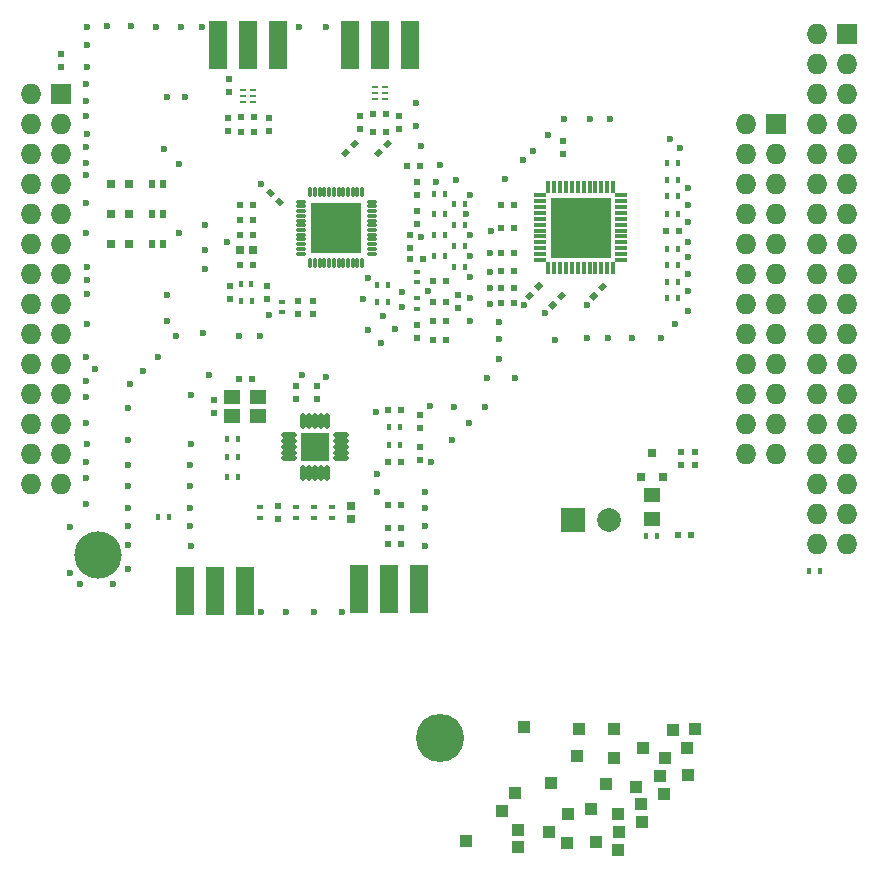
<source format=gts>
G04 #@! TF.FileFunction,Soldermask,Top*
%FSLAX46Y46*%
G04 Gerber Fmt 4.6, Leading zero omitted, Abs format (unit mm)*
G04 Created by KiCad (PCBNEW 4.0.0-rc1-stable) date 05/07/2016 17:06:47*
%MOMM*%
G01*
G04 APERTURE LIST*
%ADD10C,0.100000*%
%ADD11C,0.600000*%
%ADD12R,0.500000X0.600000*%
%ADD13R,0.600000X0.500000*%
%ADD14R,1.524000X4.064000*%
%ADD15C,0.762000*%
%ADD16R,1.727200X1.727200*%
%ADD17O,1.727200X1.727200*%
%ADD18R,0.800100X0.800100*%
%ADD19R,0.551180X0.248920*%
%ADD20O,0.346600X0.971600*%
%ADD21O,0.971600X0.346600*%
%ADD22R,4.321800X4.321800*%
%ADD23O,0.422240X1.042240*%
%ADD24O,1.042240X0.422240*%
%ADD25R,5.096800X5.096800*%
%ADD26R,1.399540X1.198880*%
%ADD27C,4.000000*%
%ADD28R,2.000000X2.000000*%
%ADD29C,2.000000*%
%ADD30R,1.440180X1.150620*%
%ADD31O,1.342240X0.462240*%
%ADD32O,0.462240X1.342240*%
%ADD33R,2.451880X2.451880*%
%ADD34R,0.508000X0.558800*%
%ADD35R,0.803200X0.703200*%
%ADD36R,0.703200X0.803200*%
%ADD37R,0.400000X0.600000*%
%ADD38R,0.600000X0.400000*%
%ADD39R,0.603200X0.803200*%
%ADD40R,0.797560X0.797560*%
%ADD41C,4.064000*%
%ADD42R,1.000000X1.000000*%
G04 APERTURE END LIST*
D10*
D11*
X47129700Y-97574100D03*
X41668700Y-81267300D03*
X76263500Y-77470000D03*
X64643000Y-78486000D03*
X63906400Y-91490800D03*
X76708000Y-93091000D03*
X73088500Y-94297500D03*
X70993000Y-94297500D03*
X69215000Y-94297500D03*
X33464500Y-78295500D03*
X34734500Y-79565500D03*
X34734500Y-85407500D03*
X59245500Y-101536500D03*
X60642500Y-100139500D03*
X63119000Y-97663000D03*
X51498500Y-105791000D03*
X51435000Y-107315000D03*
X56007000Y-104775000D03*
X55562500Y-108712000D03*
X55562500Y-110236000D03*
X35623500Y-110236000D03*
X35623500Y-108712000D03*
X35623500Y-106870500D03*
X35623500Y-105092500D03*
X35687000Y-103251000D03*
X61150500Y-85280500D03*
X61023500Y-87122000D03*
X69215000Y-91503500D03*
X65659000Y-92202000D03*
X61823600Y-92913200D03*
X61785500Y-94361000D03*
X61785500Y-96075500D03*
X60769500Y-97726500D03*
X57975500Y-100139500D03*
X55943500Y-100076000D03*
X51371500Y-100584000D03*
X45148500Y-97472500D03*
X37274500Y-97472500D03*
X35687000Y-99123500D03*
X35687000Y-111887000D03*
X46101000Y-117538500D03*
X43751500Y-117538500D03*
X41656000Y-117538500D03*
X48514000Y-117475000D03*
X55562500Y-111950500D03*
X55562500Y-107315000D03*
X57848500Y-102933500D03*
X66548000Y-94488000D03*
X75501500Y-94297500D03*
X77787500Y-92011500D03*
X77787500Y-90297000D03*
X77787500Y-88900000D03*
X77787500Y-87439500D03*
X77787500Y-86169500D03*
X77787500Y-84455000D03*
X77787500Y-83058000D03*
X77787500Y-81597500D03*
X77089000Y-78232000D03*
X71170800Y-75742800D03*
X69532500Y-75755500D03*
X67310000Y-75755500D03*
X65976500Y-77089000D03*
X63817500Y-79248000D03*
X62293500Y-80835500D03*
X55181500Y-85725000D03*
X38735000Y-86169500D03*
X33718500Y-90678000D03*
X42354500Y-92392500D03*
X33655000Y-73914000D03*
X35179000Y-73914000D03*
X59372500Y-92900500D03*
X55753000Y-90360500D03*
X53594000Y-90424000D03*
X53022500Y-93535500D03*
X53594000Y-91694000D03*
X50292000Y-90995500D03*
X50736500Y-89217500D03*
X51816000Y-94742000D03*
X50736500Y-93662500D03*
X41592500Y-94107000D03*
X39751000Y-94107000D03*
X36703000Y-93916500D03*
X33655000Y-92900500D03*
X34480500Y-94107000D03*
X32893000Y-95885000D03*
X31623000Y-97091500D03*
X30543500Y-98171000D03*
X30416500Y-100266500D03*
X30416500Y-102933500D03*
X30416500Y-105092500D03*
X30416500Y-106870500D03*
X30416500Y-108712000D03*
X30416500Y-110236000D03*
X30416500Y-111823500D03*
X30416500Y-113855500D03*
X29146500Y-115125500D03*
X26352500Y-115125500D03*
X25463500Y-114236500D03*
X25463500Y-110299500D03*
X26860500Y-108331000D03*
X51943000Y-92456000D03*
X59372500Y-89154000D03*
X59372500Y-87376000D03*
X59372500Y-85598000D03*
X58991500Y-83820000D03*
X59372500Y-82232500D03*
X56451500Y-81089500D03*
X58166000Y-80899000D03*
X56832500Y-79692500D03*
X55181500Y-78041500D03*
X54800500Y-76327000D03*
X54800500Y-74422000D03*
X47117000Y-67945000D03*
X44894500Y-67945000D03*
X36639500Y-67945000D03*
X34861500Y-67945000D03*
X32766000Y-67945000D03*
X30607000Y-67881500D03*
X28575000Y-67881500D03*
X26924000Y-69532500D03*
X26924000Y-67945000D03*
X26924000Y-71374000D03*
X26860500Y-72834500D03*
X26860500Y-74231500D03*
X26860500Y-75501500D03*
X26924000Y-77025500D03*
X26860500Y-78168500D03*
X26860500Y-79502000D03*
X26860500Y-80518000D03*
X26860500Y-82867500D03*
X26860500Y-85407500D03*
X26924000Y-88328500D03*
X26924000Y-89408000D03*
X26924000Y-90614500D03*
X26924000Y-93091000D03*
X26860500Y-95885000D03*
X27622500Y-96964500D03*
X26860500Y-97980500D03*
X26860500Y-99314000D03*
X26860500Y-101473000D03*
X26924000Y-103251000D03*
X26860500Y-104838500D03*
X26860500Y-106172000D03*
X36893500Y-84772500D03*
X36893500Y-88455500D03*
X36893500Y-86868000D03*
X61023500Y-91440000D03*
X61023500Y-90106500D03*
D12*
X50038000Y-76623000D03*
X50038000Y-75523000D03*
D13*
X54250500Y-87630000D03*
X55350500Y-87630000D03*
D14*
X37719000Y-115697000D03*
X35179000Y-115697000D03*
X40259000Y-115697000D03*
D15*
X35519000Y-114129000D03*
X34819000Y-114129000D03*
X35519000Y-115129000D03*
X35519000Y-116129000D03*
X34819000Y-116129000D03*
X34819000Y-115129000D03*
X39919000Y-114129000D03*
X39919000Y-115129000D03*
X39919000Y-116129000D03*
X40619000Y-116129000D03*
X40619000Y-115129000D03*
X40619000Y-114129000D03*
D16*
X91213000Y-68599000D03*
D17*
X88673000Y-68599000D03*
X91213000Y-71139000D03*
X88673000Y-71139000D03*
X91213000Y-73679000D03*
X88673000Y-73679000D03*
X91213000Y-76219000D03*
X88673000Y-76219000D03*
X91213000Y-78759000D03*
X88673000Y-78759000D03*
X91213000Y-81299000D03*
X88673000Y-81299000D03*
X91213000Y-83839000D03*
X88673000Y-83839000D03*
X91213000Y-86379000D03*
X88673000Y-86379000D03*
X91213000Y-88919000D03*
X88673000Y-88919000D03*
X91213000Y-91459000D03*
X88673000Y-91459000D03*
X91213000Y-93999000D03*
X88673000Y-93999000D03*
X91213000Y-96539000D03*
X88673000Y-96539000D03*
X91213000Y-99079000D03*
X88673000Y-99079000D03*
X91213000Y-101619000D03*
X88673000Y-101619000D03*
X91213000Y-104159000D03*
X88673000Y-104159000D03*
X91213000Y-106699000D03*
X88673000Y-106699000D03*
X91213000Y-109239000D03*
X88673000Y-109239000D03*
X91213000Y-111779000D03*
X88673000Y-111779000D03*
D16*
X85213000Y-76219000D03*
D17*
X82673000Y-76219000D03*
X85213000Y-78759000D03*
X82673000Y-78759000D03*
X85213000Y-81299000D03*
X82673000Y-81299000D03*
X85213000Y-83839000D03*
X82673000Y-83839000D03*
X85213000Y-86379000D03*
X82673000Y-86379000D03*
X85213000Y-88919000D03*
X82673000Y-88919000D03*
X85213000Y-91459000D03*
X82673000Y-91459000D03*
X85213000Y-93999000D03*
X82673000Y-93999000D03*
X85213000Y-96539000D03*
X82673000Y-96539000D03*
X85213000Y-99079000D03*
X82673000Y-99079000D03*
X85213000Y-101619000D03*
X82673000Y-101619000D03*
X85213000Y-104159000D03*
X82673000Y-104159000D03*
D16*
X24713000Y-73679000D03*
D17*
X22173000Y-73679000D03*
X24713000Y-76219000D03*
X22173000Y-76219000D03*
X24713000Y-78759000D03*
X22173000Y-78759000D03*
X24713000Y-81299000D03*
X22173000Y-81299000D03*
X24713000Y-83839000D03*
X22173000Y-83839000D03*
X24713000Y-86379000D03*
X22173000Y-86379000D03*
X24713000Y-88919000D03*
X22173000Y-88919000D03*
X24713000Y-91459000D03*
X22173000Y-91459000D03*
X24713000Y-93999000D03*
X22173000Y-93999000D03*
X24713000Y-96539000D03*
X22173000Y-96539000D03*
X24713000Y-99079000D03*
X22173000Y-99079000D03*
X24713000Y-101619000D03*
X22173000Y-101619000D03*
X24713000Y-104159000D03*
X22173000Y-104159000D03*
X24713000Y-106699000D03*
X22173000Y-106699000D03*
D18*
X73804000Y-106064760D03*
X75704000Y-106064760D03*
X74754000Y-104065780D03*
D14*
X51689000Y-69469000D03*
X54229000Y-69469000D03*
X49149000Y-69469000D03*
D15*
X53889000Y-71037000D03*
X54589000Y-71037000D03*
X53889000Y-70037000D03*
X53889000Y-69037000D03*
X54589000Y-69037000D03*
X54589000Y-70037000D03*
X49489000Y-71037000D03*
X49489000Y-70037000D03*
X49489000Y-69037000D03*
X48789000Y-69037000D03*
X48789000Y-70037000D03*
X48789000Y-71037000D03*
D19*
X51264820Y-73032620D03*
X51264820Y-73533000D03*
X51264820Y-74033380D03*
X52113180Y-74033380D03*
X52113180Y-73533000D03*
X52113180Y-73032620D03*
X40088820Y-73286620D03*
X40088820Y-73787000D03*
X40088820Y-74287380D03*
X40937180Y-74287380D03*
X40937180Y-73787000D03*
X40937180Y-73286620D03*
D14*
X40513000Y-69469000D03*
X43053000Y-69469000D03*
X37973000Y-69469000D03*
D15*
X42713000Y-71037000D03*
X43413000Y-71037000D03*
X42713000Y-70037000D03*
X42713000Y-69037000D03*
X43413000Y-69037000D03*
X43413000Y-70037000D03*
X38313000Y-71037000D03*
X38313000Y-70037000D03*
X38313000Y-69037000D03*
X37613000Y-69037000D03*
X37613000Y-70037000D03*
X37613000Y-71037000D03*
D20*
X50206000Y-81963000D03*
X49806000Y-81963000D03*
X49406000Y-81963000D03*
X49006000Y-81963000D03*
X48606000Y-81963000D03*
X48206000Y-81963000D03*
X47806000Y-81963000D03*
X47406000Y-81963000D03*
X47006000Y-81963000D03*
X46606000Y-81963000D03*
X46206000Y-81963000D03*
X45806000Y-81963000D03*
D21*
X45006000Y-82763000D03*
X45006000Y-83163000D03*
X45006000Y-83563000D03*
X45006000Y-83963000D03*
X45006000Y-84363000D03*
X45006000Y-84763000D03*
X45006000Y-85163000D03*
X45006000Y-85563000D03*
X45006000Y-85963000D03*
X45006000Y-86363000D03*
X45006000Y-86763000D03*
X45006000Y-87163000D03*
D20*
X45806000Y-87963000D03*
X46206000Y-87963000D03*
X46606000Y-87963000D03*
X47006000Y-87963000D03*
X47406000Y-87963000D03*
X47806000Y-87963000D03*
X48206000Y-87963000D03*
X48606000Y-87963000D03*
X49006000Y-87963000D03*
X49406000Y-87963000D03*
X49806000Y-87963000D03*
X50206000Y-87963000D03*
D21*
X51006000Y-87163000D03*
X51006000Y-86763000D03*
X51006000Y-86363000D03*
X51006000Y-85963000D03*
X51006000Y-85563000D03*
X51006000Y-85163000D03*
X51006000Y-84763000D03*
X51006000Y-84363000D03*
X51006000Y-83963000D03*
X51006000Y-83563000D03*
X51006000Y-83163000D03*
X51006000Y-82763000D03*
D22*
X48006000Y-84963000D03*
D23*
X65957000Y-88413000D03*
X66457000Y-88413000D03*
X66957000Y-88413000D03*
X67457000Y-88413000D03*
X67957000Y-88413000D03*
X68457000Y-88413000D03*
X68957000Y-88413000D03*
X69457000Y-88413000D03*
X69957000Y-88413000D03*
X70457000Y-88413000D03*
X70957000Y-88413000D03*
X71457000Y-88413000D03*
D24*
X72157000Y-87713000D03*
X72157000Y-87213000D03*
X72157000Y-86713000D03*
X72157000Y-86213000D03*
X72157000Y-85713000D03*
X72157000Y-85213000D03*
X72157000Y-84713000D03*
X72157000Y-84213000D03*
X72157000Y-83713000D03*
X72157000Y-83213000D03*
X72157000Y-82713000D03*
X72157000Y-82213000D03*
D23*
X71457000Y-81513000D03*
X70957000Y-81513000D03*
X70457000Y-81513000D03*
X69957000Y-81513000D03*
X69457000Y-81513000D03*
X68957000Y-81513000D03*
X68457000Y-81513000D03*
X67957000Y-81513000D03*
X67457000Y-81513000D03*
X66957000Y-81513000D03*
X66457000Y-81513000D03*
X65957000Y-81513000D03*
D24*
X65257000Y-82213000D03*
X65257000Y-82713000D03*
X65257000Y-83213000D03*
X65257000Y-83713000D03*
X65257000Y-84213000D03*
X65257000Y-84713000D03*
X65257000Y-85213000D03*
X65257000Y-85713000D03*
X65257000Y-86213000D03*
X65257000Y-86713000D03*
X65257000Y-87213000D03*
X65257000Y-87713000D03*
D25*
X68707000Y-84963000D03*
D26*
X39222680Y-100939600D03*
X41422320Y-99339400D03*
X41422320Y-100939600D03*
X39222680Y-99339400D03*
D27*
X27823000Y-112679000D03*
D28*
X68072000Y-109728000D03*
D29*
X71072000Y-109728000D03*
D30*
X74724000Y-109630000D03*
X74724000Y-107598000D03*
D14*
X52451000Y-115570000D03*
X49911000Y-115570000D03*
X54991000Y-115570000D03*
D15*
X50251000Y-114002000D03*
X49551000Y-114002000D03*
X50251000Y-115002000D03*
X50251000Y-116002000D03*
X49551000Y-116002000D03*
X49551000Y-115002000D03*
X54651000Y-114002000D03*
X54651000Y-115002000D03*
X54651000Y-116002000D03*
X55351000Y-116002000D03*
X55351000Y-115002000D03*
X55351000Y-114002000D03*
D31*
X44028000Y-102505000D03*
X44028000Y-103005000D03*
X44028000Y-103505000D03*
X44028000Y-104005000D03*
X44028000Y-104505000D03*
D32*
X45228000Y-105705000D03*
X45728000Y-105705000D03*
X46228000Y-105705000D03*
X46728000Y-105705000D03*
X47228000Y-105705000D03*
D31*
X48428000Y-104505000D03*
X48428000Y-104005000D03*
X48428000Y-103505000D03*
X48428000Y-103005000D03*
X48428000Y-102505000D03*
D32*
X47228000Y-101305000D03*
X46728000Y-101305000D03*
X46228000Y-101305000D03*
X45728000Y-101305000D03*
X45228000Y-101305000D03*
D33*
X46228000Y-103505000D03*
D34*
X51155600Y-75311000D03*
X52222400Y-75311000D03*
X51155600Y-76835000D03*
X52222400Y-76835000D03*
X39979600Y-75565000D03*
X41046400Y-75565000D03*
X39979600Y-76835000D03*
X41046400Y-76835000D03*
D10*
G36*
X43576818Y-82783764D02*
X43223264Y-83137318D01*
X42799000Y-82713054D01*
X43152554Y-82359500D01*
X43576818Y-82783764D01*
X43576818Y-82783764D01*
G37*
G36*
X42799000Y-82005946D02*
X42445446Y-82359500D01*
X42021182Y-81935236D01*
X42374736Y-81581682D01*
X42799000Y-82005946D01*
X42799000Y-82005946D01*
G37*
G36*
X48724736Y-79009818D02*
X48371182Y-78656264D01*
X48795446Y-78232000D01*
X49149000Y-78585554D01*
X48724736Y-79009818D01*
X48724736Y-79009818D01*
G37*
G36*
X49502554Y-78232000D02*
X49149000Y-77878446D01*
X49573264Y-77454182D01*
X49926818Y-77807736D01*
X49502554Y-78232000D01*
X49502554Y-78232000D01*
G37*
G36*
X51518736Y-79009818D02*
X51165182Y-78656264D01*
X51589446Y-78232000D01*
X51943000Y-78585554D01*
X51518736Y-79009818D01*
X51518736Y-79009818D01*
G37*
G36*
X52296554Y-78232000D02*
X51943000Y-77878446D01*
X52367264Y-77454182D01*
X52720818Y-77807736D01*
X52296554Y-78232000D01*
X52296554Y-78232000D01*
G37*
G36*
X67099264Y-90344682D02*
X67452818Y-90698236D01*
X67028554Y-91122500D01*
X66675000Y-90768946D01*
X67099264Y-90344682D01*
X67099264Y-90344682D01*
G37*
G36*
X66321446Y-91122500D02*
X66675000Y-91476054D01*
X66250736Y-91900318D01*
X65897182Y-91546764D01*
X66321446Y-91122500D01*
X66321446Y-91122500D01*
G37*
D13*
X40936000Y-88138000D03*
X39836000Y-88138000D03*
D35*
X40936000Y-86868000D03*
X39836000Y-86868000D03*
D12*
X46037500Y-91144000D03*
X46037500Y-92244000D03*
D10*
G36*
X70591764Y-89582682D02*
X70945318Y-89936236D01*
X70521054Y-90360500D01*
X70167500Y-90006946D01*
X70591764Y-89582682D01*
X70591764Y-89582682D01*
G37*
G36*
X69813946Y-90360500D02*
X70167500Y-90714054D01*
X69743236Y-91138318D01*
X69389682Y-90784764D01*
X69813946Y-90360500D01*
X69813946Y-90360500D01*
G37*
D13*
X63034000Y-83058000D03*
X61934000Y-83058000D03*
X40936000Y-85598000D03*
X39836000Y-85598000D03*
X63034000Y-84963000D03*
X61934000Y-84963000D03*
X53996500Y-79756000D03*
X55096500Y-79756000D03*
X63034000Y-87122000D03*
X61934000Y-87122000D03*
X52409000Y-104775000D03*
X53509000Y-104775000D03*
D12*
X67246500Y-78718500D03*
X67246500Y-77618500D03*
X78359000Y-105071000D03*
X78359000Y-103971000D03*
X54864000Y-81111000D03*
X54864000Y-82211000D03*
X54864000Y-83587500D03*
X54864000Y-84687500D03*
D13*
X63034000Y-88646000D03*
X61934000Y-88646000D03*
X63034000Y-90043000D03*
X61934000Y-90043000D03*
X76920000Y-110998000D03*
X78020000Y-110998000D03*
D12*
X53340000Y-76623000D03*
X53340000Y-75523000D03*
D13*
X63034000Y-91376500D03*
X61934000Y-91376500D03*
D12*
X58356500Y-90699500D03*
X58356500Y-91799500D03*
X54864000Y-93176000D03*
X54864000Y-94276000D03*
X42291000Y-76750000D03*
X42291000Y-75650000D03*
X44767500Y-91144000D03*
X44767500Y-92244000D03*
D13*
X56219000Y-94488000D03*
X57319000Y-94488000D03*
X56219000Y-92837000D03*
X57319000Y-92837000D03*
X56219000Y-91249500D03*
X57319000Y-91249500D03*
X56219000Y-89471500D03*
X57319000Y-89471500D03*
D12*
X38862000Y-76750000D03*
X38862000Y-75650000D03*
X42164000Y-90974000D03*
X42164000Y-89874000D03*
X44577000Y-99483000D03*
X44577000Y-98383000D03*
D10*
G36*
X65194264Y-89519182D02*
X65547818Y-89872736D01*
X65123554Y-90297000D01*
X64770000Y-89943446D01*
X65194264Y-89519182D01*
X65194264Y-89519182D01*
G37*
G36*
X64416446Y-90297000D02*
X64770000Y-90650554D01*
X64345736Y-91074818D01*
X63992182Y-90721264D01*
X64416446Y-90297000D01*
X64416446Y-90297000D01*
G37*
D12*
X37655500Y-99526000D03*
X37655500Y-100626000D03*
D13*
X39772500Y-97790000D03*
X40872500Y-97790000D03*
X39836000Y-83058000D03*
X40936000Y-83058000D03*
D12*
X39052500Y-90974000D03*
X39052500Y-89874000D03*
X24701500Y-71352500D03*
X24701500Y-70252500D03*
D13*
X40936000Y-84328000D03*
X39836000Y-84328000D03*
D12*
X55118000Y-101896000D03*
X55118000Y-100796000D03*
X55118000Y-103526500D03*
X55118000Y-104626500D03*
D13*
X52409000Y-108458000D03*
X53509000Y-108458000D03*
X52409000Y-111760000D03*
X53509000Y-111760000D03*
X52409000Y-100393500D03*
X53509000Y-100393500D03*
D12*
X77216000Y-105071000D03*
X77216000Y-103971000D03*
X46355000Y-99483000D03*
X46355000Y-98383000D03*
D36*
X49276000Y-108543000D03*
X49276000Y-109643000D03*
D12*
X43053000Y-109643000D03*
X43053000Y-108543000D03*
D13*
X53509000Y-110363000D03*
X52409000Y-110363000D03*
D37*
X75154000Y-111034000D03*
X74254000Y-111034000D03*
X58870000Y-82931000D03*
X57970000Y-82931000D03*
X58870000Y-84709000D03*
X57970000Y-84709000D03*
X58870000Y-86487000D03*
X57970000Y-86487000D03*
X58870000Y-88265000D03*
X57970000Y-88265000D03*
X56319000Y-87376000D03*
X57219000Y-87376000D03*
X56319000Y-85598000D03*
X57219000Y-85598000D03*
X56319000Y-83820000D03*
X57219000Y-83820000D03*
X56319000Y-82105500D03*
X57219000Y-82105500D03*
D38*
X54864000Y-89604000D03*
X54864000Y-88704000D03*
X54864000Y-91826500D03*
X54864000Y-90926500D03*
D37*
X52393000Y-89852500D03*
X51493000Y-89852500D03*
X52393000Y-91249500D03*
X51493000Y-91249500D03*
D38*
X43434000Y-92144000D03*
X43434000Y-91244000D03*
D37*
X40830500Y-89725500D03*
X39930500Y-89725500D03*
X40836000Y-91186000D03*
X39936000Y-91186000D03*
X38793000Y-106045000D03*
X39693000Y-106045000D03*
X38793000Y-104394000D03*
X39693000Y-104394000D03*
X38793000Y-102870000D03*
X39693000Y-102870000D03*
X53409000Y-101854000D03*
X52509000Y-101854000D03*
X53409000Y-103378000D03*
X52509000Y-103378000D03*
D38*
X47625000Y-109543000D03*
X47625000Y-108643000D03*
X41529000Y-108643000D03*
X41529000Y-109543000D03*
X46101000Y-109543000D03*
X46101000Y-108643000D03*
X44577000Y-109543000D03*
X44577000Y-108643000D03*
D37*
X88969000Y-114046000D03*
X88069000Y-114046000D03*
X76904000Y-90932000D03*
X76004000Y-90932000D03*
X76004000Y-79502000D03*
X76904000Y-79502000D03*
X76004000Y-80899000D03*
X76904000Y-80899000D03*
X76004000Y-82296000D03*
X76904000Y-82296000D03*
X76004000Y-83820000D03*
X76904000Y-83820000D03*
X76004000Y-86741000D03*
X76904000Y-86741000D03*
X76004000Y-88138000D03*
X76904000Y-88138000D03*
X76004000Y-89535000D03*
X76904000Y-89535000D03*
D39*
X32443000Y-83820000D03*
X33343000Y-83820000D03*
X32443000Y-81280000D03*
X33343000Y-81280000D03*
X32443000Y-86360000D03*
X33343000Y-86360000D03*
D40*
X28968700Y-83820000D03*
X30467300Y-83820000D03*
X28968700Y-81280000D03*
X30467300Y-81280000D03*
X28968700Y-86360000D03*
X30467300Y-86360000D03*
D13*
X75904000Y-85217000D03*
X77004000Y-85217000D03*
D11*
X59372500Y-90932000D03*
D37*
X32951000Y-109474000D03*
X33851000Y-109474000D03*
D12*
X54229000Y-85619500D03*
X54229000Y-86719500D03*
D11*
X61023500Y-88709500D03*
D12*
X38963600Y-73448000D03*
X38963600Y-72348000D03*
D13*
X56281000Y-128184001D03*
X57381000Y-128184001D03*
X56281000Y-128184001D03*
X57381000Y-128184001D03*
D41*
X56831000Y-128184001D03*
D11*
X56831000Y-128184001D03*
X56831000Y-128184001D03*
D42*
X75847024Y-129868600D03*
X67609119Y-134647600D03*
X68558644Y-127388600D03*
X63151477Y-132872100D03*
X59021477Y-136869100D03*
X68419548Y-129738600D03*
X71556643Y-129865600D03*
X71493976Y-127388600D03*
X66163601Y-131975101D03*
X70815667Y-132091600D03*
X69589405Y-134195101D03*
X62033601Y-134395101D03*
X57403601Y-128905101D03*
X67553601Y-137062100D03*
X63415619Y-135923100D03*
X63415619Y-137445101D03*
X66034405Y-136165101D03*
X71895405Y-137675101D03*
X73885405Y-135325101D03*
X75394262Y-131385101D03*
X71919595Y-136155101D03*
X73799595Y-133805101D03*
X71873095Y-134638600D03*
X73383095Y-132282100D03*
X77706095Y-129035101D03*
X78396595Y-127388600D03*
X69993095Y-136968600D03*
X73993095Y-129035101D03*
X77769595Y-131325101D03*
X75789595Y-132905101D03*
X63906400Y-127203200D03*
X76515071Y-127515600D03*
M02*

</source>
